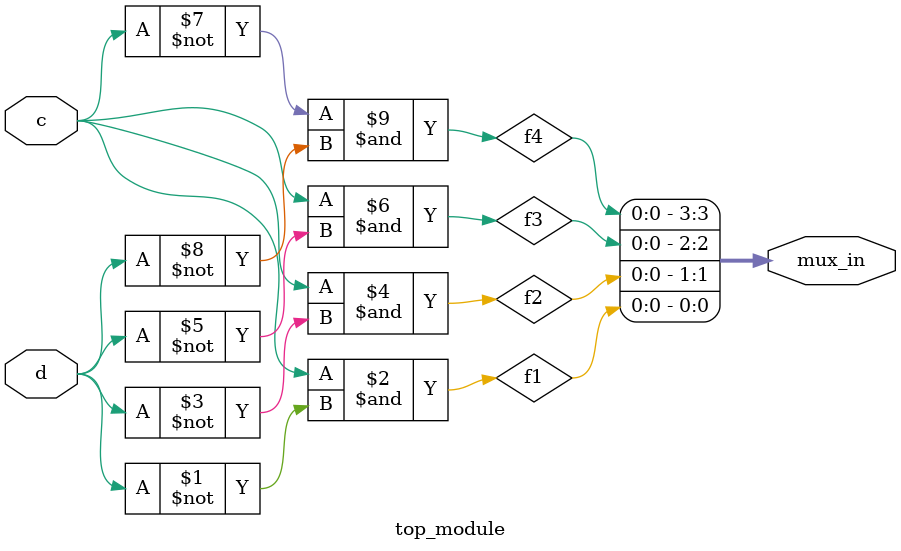
<source format=sv>
module top_module (
	input c,
	input d,
	output [3:0] mux_in
);

	// Intermediate wires
	wire f1, f2, f3, f4, f5, f6, f7, f8;

	// Implementing the Karnaugh map
	assign f1 = c & ~d;
	assign f2 = c & ~d;
	assign f3 = c & ~d;
	assign f4 = ~c & ~d;
	assign f5 = c & d;
	assign f6 = ~c & d;
	assign f7 = c & d;
	assign f8 = c & d;

	// Multiplexer connections
	assign mux_in[0] = f1;
	assign mux_in[1] = f2;
	assign mux_in[2] = f3;
	assign mux_in[3] = f4;

	// 4-to-1 Multiplexer
	// Note: a and b are connected to select inputs of the multiplexer
	// depending on their binary representation, as shown below.
	// ab = 00, mux_in[0] is selected
	// ab = 01, mux_in[1] is selected
	// ab = 10, mux_in[2] is selected
	// ab = 11, mux_in[3] is selected
	// Since there are multiple occurrences of the same output in the K-map,
	// the corresponding f values are connected to multiple mux inputs.
	// The multiplexer is used to select the correct output based on a and b.

	endmodule

</source>
